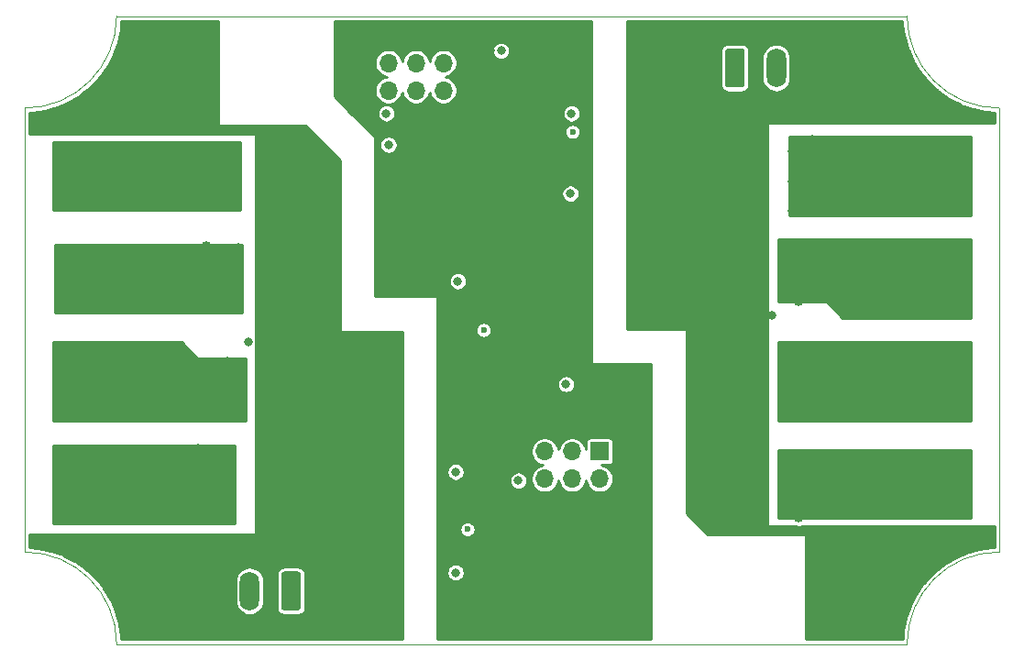
<source format=gbr>
%TF.GenerationSoftware,KiCad,Pcbnew,(5.1.8-0-10_14)*%
%TF.CreationDate,2020-11-30T14:10:51+01:00*%
%TF.ProjectId,FET_Multi,4645545f-4d75-46c7-9469-2e6b69636164,0.2.0*%
%TF.SameCoordinates,Original*%
%TF.FileFunction,Copper,L4,Bot*%
%TF.FilePolarity,Positive*%
%FSLAX46Y46*%
G04 Gerber Fmt 4.6, Leading zero omitted, Abs format (unit mm)*
G04 Created by KiCad (PCBNEW (5.1.8-0-10_14)) date 2020-11-30 14:10:51*
%MOMM*%
%LPD*%
G01*
G04 APERTURE LIST*
%TA.AperFunction,Profile*%
%ADD10C,0.050000*%
%TD*%
%TA.AperFunction,ComponentPad*%
%ADD11O,4.000000X6.000000*%
%TD*%
%TA.AperFunction,ComponentPad*%
%ADD12O,1.800000X3.600000*%
%TD*%
%TA.AperFunction,ComponentPad*%
%ADD13O,1.700000X1.700000*%
%TD*%
%TA.AperFunction,ComponentPad*%
%ADD14R,1.700000X1.700000*%
%TD*%
%TA.AperFunction,ViaPad*%
%ADD15C,0.800000*%
%TD*%
%TA.AperFunction,ViaPad*%
%ADD16C,0.600000*%
%TD*%
%TA.AperFunction,ViaPad*%
%ADD17C,1.000000*%
%TD*%
%TA.AperFunction,Conductor*%
%ADD18C,0.254000*%
%TD*%
%TA.AperFunction,Conductor*%
%ADD19C,0.100000*%
%TD*%
G04 APERTURE END LIST*
D10*
X89000000Y-65500000D02*
X89000000Y-106500000D01*
X170500000Y-115000000D02*
G75*
G02*
X179000000Y-106500000I8500000J0D01*
G01*
X89000000Y-106500000D02*
G75*
G02*
X97500000Y-115000000I0J-8500000D01*
G01*
X179000000Y-65500000D02*
G75*
G02*
X170500000Y-57000000I0J8500000D01*
G01*
X97500000Y-57000000D02*
G75*
G02*
X89000000Y-65500000I-8500000J0D01*
G01*
X179000000Y-106500000D02*
X179000000Y-65500000D01*
X170500000Y-115000000D02*
X97500000Y-115000000D01*
X170500000Y-57000000D02*
X97500000Y-57000000D01*
D11*
%TO.P,J103,4*%
%TO.N,/VOUT4*%
X168000000Y-71700000D03*
%TO.P,J103,3*%
%TO.N,/VIN4*%
X168000000Y-81200000D03*
%TO.P,J103,2*%
%TO.N,/VOUT3*%
X168000000Y-90700000D03*
%TO.P,J103,1*%
%TO.N,/VIN3*%
X168000000Y-100200000D03*
%TO.P,J103,4*%
%TO.N,/VOUT4*%
X173800000Y-71700000D03*
%TO.P,J103,3*%
%TO.N,/VIN4*%
X173800000Y-81200000D03*
%TO.P,J103,2*%
%TO.N,/VOUT3*%
X173800000Y-90700000D03*
%TO.P,J103,1*%
%TO.N,/VIN3*%
X173800000Y-100200000D03*
%TD*%
%TO.P,J102,4*%
%TO.N,/VOUT2*%
X99900000Y-100200000D03*
%TO.P,J102,3*%
%TO.N,/VIN2*%
X99900000Y-90700000D03*
%TO.P,J102,2*%
%TO.N,/VOUT1*%
X99900000Y-81200000D03*
%TO.P,J102,1*%
%TO.N,/VIN1*%
X99900000Y-71700000D03*
%TO.P,J102,4*%
%TO.N,/VOUT2*%
X94100000Y-100200000D03*
%TO.P,J102,3*%
%TO.N,/VIN2*%
X94100000Y-90700000D03*
%TO.P,J102,2*%
%TO.N,/VOUT1*%
X94100000Y-81200000D03*
%TO.P,J102,1*%
%TO.N,/VIN1*%
X94100000Y-71700000D03*
%TD*%
D12*
%TO.P,J303,4*%
%TO.N,GND2*%
X166030000Y-61800000D03*
%TO.P,J303,3*%
X162220000Y-61800000D03*
%TO.P,J303,2*%
%TO.N,/Opto Input/ISO_IN_4*%
X158410000Y-61800000D03*
%TO.P,J303,1*%
%TO.N,/Opto Input/ISO_IN_3*%
%TA.AperFunction,ComponentPad*%
G36*
G01*
X153700000Y-63350000D02*
X153700000Y-60250000D01*
G75*
G02*
X153950000Y-60000000I250000J0D01*
G01*
X155250000Y-60000000D01*
G75*
G02*
X155500000Y-60250000I0J-250000D01*
G01*
X155500000Y-63350000D01*
G75*
G02*
X155250000Y-63600000I-250000J0D01*
G01*
X153950000Y-63600000D01*
G75*
G02*
X153700000Y-63350000I0J250000D01*
G01*
G37*
%TD.AperFunction*%
%TD*%
%TO.P,J302,4*%
%TO.N,GND1*%
X102170000Y-110100000D03*
%TO.P,J302,3*%
X105980000Y-110100000D03*
%TO.P,J302,2*%
%TO.N,/Opto Input/ISO_IN_2*%
X109790000Y-110100000D03*
%TO.P,J302,1*%
%TO.N,/Opto Input/ISO_IN_1*%
%TA.AperFunction,ComponentPad*%
G36*
G01*
X114500000Y-108550000D02*
X114500000Y-111650000D01*
G75*
G02*
X114250000Y-111900000I-250000J0D01*
G01*
X112950000Y-111900000D01*
G75*
G02*
X112700000Y-111650000I0J250000D01*
G01*
X112700000Y-108550000D01*
G75*
G02*
X112950000Y-108300000I250000J0D01*
G01*
X114250000Y-108300000D01*
G75*
G02*
X114500000Y-108550000I0J-250000D01*
G01*
G37*
%TD.AperFunction*%
%TD*%
D13*
%TO.P,J106,6*%
%TO.N,+3V3*%
X137020000Y-99740000D03*
%TO.P,J106,5*%
%TO.N,/A2*%
X137020000Y-97200000D03*
%TO.P,J106,4*%
%TO.N,+3V3*%
X139560000Y-99740000D03*
%TO.P,J106,3*%
%TO.N,/A1*%
X139560000Y-97200000D03*
%TO.P,J106,2*%
%TO.N,+3V3*%
X142100000Y-99740000D03*
D14*
%TO.P,J106,1*%
%TO.N,/A0*%
X142100000Y-97200000D03*
%TD*%
D13*
%TO.P,J101,8*%
%TO.N,/SDA*%
X127680000Y-61340000D03*
%TO.P,J101,7*%
X127680000Y-63880000D03*
%TO.P,J101,6*%
%TO.N,/SCL*%
X125140000Y-61340000D03*
%TO.P,J101,5*%
X125140000Y-63880000D03*
%TO.P,J101,4*%
%TO.N,+3V3*%
X122600000Y-61340000D03*
%TO.P,J101,3*%
X122600000Y-63880000D03*
%TO.P,J101,2*%
%TO.N,GND*%
X120060000Y-61340000D03*
D14*
%TO.P,J101,1*%
X120060000Y-63880000D03*
%TD*%
D15*
%TO.N,+3V3*%
X122400000Y-66000000D03*
X122600000Y-68900000D03*
X139000000Y-91000000D03*
X129000000Y-81500000D03*
D16*
X131400000Y-86000000D03*
X129900000Y-104400000D03*
X139600000Y-67700000D03*
D15*
X128800000Y-99100000D03*
X128800000Y-108400000D03*
X134600000Y-99900000D03*
X139400000Y-73400000D03*
X133000000Y-60200000D03*
X139500000Y-66000000D03*
%TO.N,GND*%
X129876250Y-93876250D03*
X129876250Y-89076250D03*
X138900000Y-77850000D03*
X138493750Y-82593750D03*
X131500000Y-75600000D03*
X131300000Y-78300000D03*
X137100000Y-104700000D03*
X139600000Y-104700000D03*
X142100000Y-104700000D03*
D16*
X137300000Y-67700000D03*
X129900000Y-106500000D03*
D15*
X130800000Y-98700000D03*
X128100000Y-103500000D03*
X130700000Y-108100000D03*
X127500000Y-113000000D03*
X134600000Y-97600000D03*
X137500000Y-73600000D03*
X140700000Y-68700000D03*
X131800000Y-64600000D03*
X132000000Y-60200000D03*
X137900000Y-66200000D03*
X140800000Y-63000000D03*
%TO.N,GND1*%
X121200000Y-94400000D03*
X121200000Y-89800000D03*
X109700000Y-87100000D03*
X120000000Y-105800000D03*
X118600000Y-113400000D03*
X122400000Y-101600000D03*
X122400000Y-110900000D03*
%TO.N,GND2*%
X158000000Y-84600000D03*
X147100000Y-81850000D03*
X147050000Y-77200000D03*
X148350000Y-66600000D03*
X149450000Y-59400000D03*
X145800000Y-70700000D03*
X145900000Y-63100000D03*
D17*
%TO.N,/VOUT1*%
X108750000Y-80250000D03*
X108750000Y-78500000D03*
X108750000Y-81750000D03*
X108750000Y-83500000D03*
X107250000Y-79000000D03*
X107250000Y-80750000D03*
X107250000Y-82250000D03*
X107250000Y-84000000D03*
X105750000Y-83250000D03*
X105750000Y-78250000D03*
X105750000Y-80000000D03*
X105750000Y-81500000D03*
X99250000Y-79500000D03*
X99250000Y-82500000D03*
%TO.N,/VOUT2*%
X108000000Y-97500000D03*
X106500000Y-103000000D03*
X106500000Y-98000000D03*
X105000000Y-100500000D03*
X106500000Y-99750000D03*
X106500000Y-101250000D03*
X108000000Y-99250000D03*
X108000000Y-100750000D03*
X108000000Y-102500000D03*
X99750000Y-98000000D03*
X99750000Y-102250000D03*
X105000000Y-102250000D03*
X105000000Y-98750000D03*
X105000000Y-97000000D03*
%TO.N,/VOUT3*%
X159000000Y-92500000D03*
X159000000Y-88750000D03*
X160500000Y-87750000D03*
X160000000Y-94000000D03*
X160000000Y-90750000D03*
X161250000Y-92250000D03*
X161250000Y-89500000D03*
X162750000Y-90750000D03*
X169000000Y-91750000D03*
X169000000Y-89500000D03*
X162750000Y-88250000D03*
%TO.N,/VOUT4*%
X160000000Y-75000000D03*
X160000000Y-72250000D03*
X160000000Y-69500000D03*
X161750000Y-68500000D03*
X161750000Y-74000000D03*
X161750000Y-71000000D03*
X163500000Y-72250000D03*
X168750000Y-69750000D03*
X168750000Y-73250000D03*
X163500000Y-69750000D03*
%TO.N,/VIN2*%
X107750000Y-89000000D03*
X107750000Y-90750000D03*
X107750000Y-92250000D03*
X107750000Y-94000000D03*
X106250000Y-89750000D03*
X106250000Y-91500000D03*
X106250000Y-93250000D03*
X103250000Y-87500000D03*
X99750000Y-89250000D03*
X99750000Y-92000000D03*
%TO.N,/VIN1*%
X108375000Y-69125000D03*
X107250000Y-70500000D03*
X107250000Y-72000000D03*
X107250000Y-73500000D03*
X108500000Y-74500000D03*
X104750000Y-70500000D03*
X104750000Y-72000000D03*
X104750000Y-73500000D03*
X106000000Y-69250000D03*
X106250000Y-74500000D03*
X99000000Y-70000000D03*
X99000000Y-72500000D03*
%TO.N,/VIN4*%
X160500000Y-78250000D03*
X160500000Y-80000000D03*
X160500000Y-81750000D03*
X160500000Y-83250000D03*
X162250000Y-79000000D03*
X162500000Y-81000000D03*
X162500000Y-82750000D03*
X168750000Y-79000000D03*
X168750000Y-82250000D03*
%TO.N,/VIN3*%
X160000000Y-101500000D03*
X159750000Y-100000000D03*
X159500000Y-97750000D03*
X163500000Y-103000000D03*
X160500000Y-103250000D03*
X162250000Y-101000000D03*
X162250000Y-98250000D03*
X169000000Y-99000000D03*
X169000000Y-101250000D03*
%TD*%
D18*
%TO.N,/VIN1*%
X108873000Y-74873000D02*
X91627000Y-74873000D01*
X91627000Y-68627000D01*
X108873000Y-68627000D01*
X108873000Y-74873000D01*
%TA.AperFunction,Conductor*%
D19*
G36*
X108873000Y-74873000D02*
G01*
X91627000Y-74873000D01*
X91627000Y-68627000D01*
X108873000Y-68627000D01*
X108873000Y-74873000D01*
G37*
%TD.AperFunction*%
%TD*%
D18*
%TO.N,/VOUT2*%
X108373000Y-103873000D02*
X91627000Y-103873000D01*
X91627000Y-96627000D01*
X108373000Y-96627000D01*
X108373000Y-103873000D01*
%TA.AperFunction,Conductor*%
D19*
G36*
X108373000Y-103873000D02*
G01*
X91627000Y-103873000D01*
X91627000Y-96627000D01*
X108373000Y-96627000D01*
X108373000Y-103873000D01*
G37*
%TD.AperFunction*%
%TD*%
D18*
%TO.N,/VOUT1*%
X109067258Y-84373000D02*
X91821258Y-84373000D01*
X91821258Y-78127000D01*
X109067258Y-78127000D01*
X109067258Y-84373000D01*
%TA.AperFunction,Conductor*%
D19*
G36*
X109067258Y-84373000D02*
G01*
X91821258Y-84373000D01*
X91821258Y-78127000D01*
X109067258Y-78127000D01*
X109067258Y-84373000D01*
G37*
%TD.AperFunction*%
%TD*%
D18*
%TO.N,/VIN2*%
X104910197Y-88589803D02*
X104929443Y-88605597D01*
X104951399Y-88617333D01*
X104975224Y-88624560D01*
X105000000Y-88627000D01*
X109373000Y-88627000D01*
X109373000Y-94373000D01*
X91627000Y-94373000D01*
X91627000Y-87127000D01*
X103447394Y-87127000D01*
X104910197Y-88589803D01*
%TA.AperFunction,Conductor*%
D19*
G36*
X104910197Y-88589803D02*
G01*
X104929443Y-88605597D01*
X104951399Y-88617333D01*
X104975224Y-88624560D01*
X105000000Y-88627000D01*
X109373000Y-88627000D01*
X109373000Y-94373000D01*
X91627000Y-94373000D01*
X91627000Y-87127000D01*
X103447394Y-87127000D01*
X104910197Y-88589803D01*
G37*
%TD.AperFunction*%
%TD*%
D18*
%TO.N,/VOUT3*%
X176373000Y-94373000D02*
X158627000Y-94373000D01*
X158627000Y-87127000D01*
X176373000Y-87127000D01*
X176373000Y-94373000D01*
%TA.AperFunction,Conductor*%
D19*
G36*
X176373000Y-94373000D02*
G01*
X158627000Y-94373000D01*
X158627000Y-87127000D01*
X176373000Y-87127000D01*
X176373000Y-94373000D01*
G37*
%TD.AperFunction*%
%TD*%
D18*
%TO.N,/VIN3*%
X176373000Y-103373000D02*
X158627000Y-103373000D01*
X158627000Y-97127000D01*
X176373000Y-97127000D01*
X176373000Y-103373000D01*
%TA.AperFunction,Conductor*%
D19*
G36*
X176373000Y-103373000D02*
G01*
X158627000Y-103373000D01*
X158627000Y-97127000D01*
X176373000Y-97127000D01*
X176373000Y-103373000D01*
G37*
%TD.AperFunction*%
%TD*%
D18*
%TO.N,/VOUT4*%
X176373000Y-75373000D02*
X159627000Y-75373000D01*
X159627000Y-68127000D01*
X176373000Y-68127000D01*
X176373000Y-75373000D01*
%TA.AperFunction,Conductor*%
D19*
G36*
X176373000Y-75373000D02*
G01*
X159627000Y-75373000D01*
X159627000Y-68127000D01*
X176373000Y-68127000D01*
X176373000Y-75373000D01*
G37*
%TD.AperFunction*%
%TD*%
D18*
%TO.N,/VIN4*%
X176373000Y-84873000D02*
X164552606Y-84873000D01*
X163089803Y-83410197D01*
X163070557Y-83394403D01*
X163048601Y-83382667D01*
X163024776Y-83375440D01*
X163000000Y-83373000D01*
X158627000Y-83373000D01*
X158627000Y-77627000D01*
X176373000Y-77627000D01*
X176373000Y-84873000D01*
%TA.AperFunction,Conductor*%
D19*
G36*
X176373000Y-84873000D02*
G01*
X164552606Y-84873000D01*
X163089803Y-83410197D01*
X163070557Y-83394403D01*
X163048601Y-83382667D01*
X163024776Y-83375440D01*
X163000000Y-83373000D01*
X158627000Y-83373000D01*
X158627000Y-77627000D01*
X176373000Y-77627000D01*
X176373000Y-84873000D01*
G37*
%TD.AperFunction*%
%TD*%
D18*
%TO.N,GND*%
X141373000Y-89000000D02*
X141375440Y-89024776D01*
X141382667Y-89048601D01*
X141394403Y-89070557D01*
X141410197Y-89089803D01*
X141429443Y-89105597D01*
X141451399Y-89117333D01*
X141475224Y-89124560D01*
X141500000Y-89127000D01*
X146873000Y-89127000D01*
X146873000Y-114548000D01*
X127127000Y-114548000D01*
X127127000Y-108318548D01*
X127973000Y-108318548D01*
X127973000Y-108481452D01*
X128004782Y-108641227D01*
X128067123Y-108791731D01*
X128157628Y-108927181D01*
X128272819Y-109042372D01*
X128408269Y-109132877D01*
X128558773Y-109195218D01*
X128718548Y-109227000D01*
X128881452Y-109227000D01*
X129041227Y-109195218D01*
X129191731Y-109132877D01*
X129327181Y-109042372D01*
X129442372Y-108927181D01*
X129532877Y-108791731D01*
X129595218Y-108641227D01*
X129627000Y-108481452D01*
X129627000Y-108318548D01*
X129595218Y-108158773D01*
X129532877Y-108008269D01*
X129442372Y-107872819D01*
X129327181Y-107757628D01*
X129191731Y-107667123D01*
X129041227Y-107604782D01*
X128881452Y-107573000D01*
X128718548Y-107573000D01*
X128558773Y-107604782D01*
X128408269Y-107667123D01*
X128272819Y-107757628D01*
X128157628Y-107872819D01*
X128067123Y-108008269D01*
X128004782Y-108158773D01*
X127973000Y-108318548D01*
X127127000Y-108318548D01*
X127127000Y-104328397D01*
X129173000Y-104328397D01*
X129173000Y-104471603D01*
X129200938Y-104612058D01*
X129255741Y-104744364D01*
X129335302Y-104863436D01*
X129436564Y-104964698D01*
X129555636Y-105044259D01*
X129687942Y-105099062D01*
X129828397Y-105127000D01*
X129971603Y-105127000D01*
X130112058Y-105099062D01*
X130244364Y-105044259D01*
X130363436Y-104964698D01*
X130464698Y-104863436D01*
X130544259Y-104744364D01*
X130599062Y-104612058D01*
X130627000Y-104471603D01*
X130627000Y-104328397D01*
X130599062Y-104187942D01*
X130544259Y-104055636D01*
X130464698Y-103936564D01*
X130363436Y-103835302D01*
X130244364Y-103755741D01*
X130112058Y-103700938D01*
X129971603Y-103673000D01*
X129828397Y-103673000D01*
X129687942Y-103700938D01*
X129555636Y-103755741D01*
X129436564Y-103835302D01*
X129335302Y-103936564D01*
X129255741Y-104055636D01*
X129200938Y-104187942D01*
X129173000Y-104328397D01*
X127127000Y-104328397D01*
X127127000Y-99018548D01*
X127973000Y-99018548D01*
X127973000Y-99181452D01*
X128004782Y-99341227D01*
X128067123Y-99491731D01*
X128157628Y-99627181D01*
X128272819Y-99742372D01*
X128408269Y-99832877D01*
X128558773Y-99895218D01*
X128718548Y-99927000D01*
X128881452Y-99927000D01*
X129041227Y-99895218D01*
X129191731Y-99832877D01*
X129213175Y-99818548D01*
X133773000Y-99818548D01*
X133773000Y-99981452D01*
X133804782Y-100141227D01*
X133867123Y-100291731D01*
X133957628Y-100427181D01*
X134072819Y-100542372D01*
X134208269Y-100632877D01*
X134358773Y-100695218D01*
X134518548Y-100727000D01*
X134681452Y-100727000D01*
X134841227Y-100695218D01*
X134991731Y-100632877D01*
X135127181Y-100542372D01*
X135242372Y-100427181D01*
X135332877Y-100291731D01*
X135395218Y-100141227D01*
X135427000Y-99981452D01*
X135427000Y-99818548D01*
X135395218Y-99658773D01*
X135332877Y-99508269D01*
X135242372Y-99372819D01*
X135127181Y-99257628D01*
X134991731Y-99167123D01*
X134841227Y-99104782D01*
X134681452Y-99073000D01*
X134518548Y-99073000D01*
X134358773Y-99104782D01*
X134208269Y-99167123D01*
X134072819Y-99257628D01*
X133957628Y-99372819D01*
X133867123Y-99508269D01*
X133804782Y-99658773D01*
X133773000Y-99818548D01*
X129213175Y-99818548D01*
X129327181Y-99742372D01*
X129442372Y-99627181D01*
X129532877Y-99491731D01*
X129595218Y-99341227D01*
X129627000Y-99181452D01*
X129627000Y-99018548D01*
X129595218Y-98858773D01*
X129532877Y-98708269D01*
X129442372Y-98572819D01*
X129327181Y-98457628D01*
X129191731Y-98367123D01*
X129041227Y-98304782D01*
X128881452Y-98273000D01*
X128718548Y-98273000D01*
X128558773Y-98304782D01*
X128408269Y-98367123D01*
X128272819Y-98457628D01*
X128157628Y-98572819D01*
X128067123Y-98708269D01*
X128004782Y-98858773D01*
X127973000Y-99018548D01*
X127127000Y-99018548D01*
X127127000Y-97074226D01*
X135743000Y-97074226D01*
X135743000Y-97325774D01*
X135792074Y-97572487D01*
X135888337Y-97804886D01*
X136028089Y-98014040D01*
X136205960Y-98191911D01*
X136415114Y-98331663D01*
X136647513Y-98427926D01*
X136859034Y-98470000D01*
X136647513Y-98512074D01*
X136415114Y-98608337D01*
X136205960Y-98748089D01*
X136028089Y-98925960D01*
X135888337Y-99135114D01*
X135792074Y-99367513D01*
X135743000Y-99614226D01*
X135743000Y-99865774D01*
X135792074Y-100112487D01*
X135888337Y-100344886D01*
X136028089Y-100554040D01*
X136205960Y-100731911D01*
X136415114Y-100871663D01*
X136647513Y-100967926D01*
X136894226Y-101017000D01*
X137145774Y-101017000D01*
X137392487Y-100967926D01*
X137624886Y-100871663D01*
X137834040Y-100731911D01*
X138011911Y-100554040D01*
X138151663Y-100344886D01*
X138247926Y-100112487D01*
X138290000Y-99900966D01*
X138332074Y-100112487D01*
X138428337Y-100344886D01*
X138568089Y-100554040D01*
X138745960Y-100731911D01*
X138955114Y-100871663D01*
X139187513Y-100967926D01*
X139434226Y-101017000D01*
X139685774Y-101017000D01*
X139932487Y-100967926D01*
X140164886Y-100871663D01*
X140374040Y-100731911D01*
X140551911Y-100554040D01*
X140691663Y-100344886D01*
X140787926Y-100112487D01*
X140830000Y-99900966D01*
X140872074Y-100112487D01*
X140968337Y-100344886D01*
X141108089Y-100554040D01*
X141285960Y-100731911D01*
X141495114Y-100871663D01*
X141727513Y-100967926D01*
X141974226Y-101017000D01*
X142225774Y-101017000D01*
X142472487Y-100967926D01*
X142704886Y-100871663D01*
X142914040Y-100731911D01*
X143091911Y-100554040D01*
X143231663Y-100344886D01*
X143327926Y-100112487D01*
X143377000Y-99865774D01*
X143377000Y-99614226D01*
X143327926Y-99367513D01*
X143231663Y-99135114D01*
X143091911Y-98925960D01*
X142914040Y-98748089D01*
X142704886Y-98608337D01*
X142472487Y-98512074D01*
X142306544Y-98479066D01*
X142950000Y-98479066D01*
X143033707Y-98470822D01*
X143114196Y-98446405D01*
X143188376Y-98406755D01*
X143253395Y-98353395D01*
X143306755Y-98288376D01*
X143346405Y-98214196D01*
X143370822Y-98133707D01*
X143379066Y-98050000D01*
X143379066Y-96350000D01*
X143370822Y-96266293D01*
X143346405Y-96185804D01*
X143306755Y-96111624D01*
X143253395Y-96046605D01*
X143188376Y-95993245D01*
X143114196Y-95953595D01*
X143033707Y-95929178D01*
X142950000Y-95920934D01*
X141250000Y-95920934D01*
X141166293Y-95929178D01*
X141085804Y-95953595D01*
X141011624Y-95993245D01*
X140946605Y-96046605D01*
X140893245Y-96111624D01*
X140853595Y-96185804D01*
X140829178Y-96266293D01*
X140820934Y-96350000D01*
X140820934Y-96993456D01*
X140787926Y-96827513D01*
X140691663Y-96595114D01*
X140551911Y-96385960D01*
X140374040Y-96208089D01*
X140164886Y-96068337D01*
X139932487Y-95972074D01*
X139685774Y-95923000D01*
X139434226Y-95923000D01*
X139187513Y-95972074D01*
X138955114Y-96068337D01*
X138745960Y-96208089D01*
X138568089Y-96385960D01*
X138428337Y-96595114D01*
X138332074Y-96827513D01*
X138290000Y-97039034D01*
X138247926Y-96827513D01*
X138151663Y-96595114D01*
X138011911Y-96385960D01*
X137834040Y-96208089D01*
X137624886Y-96068337D01*
X137392487Y-95972074D01*
X137145774Y-95923000D01*
X136894226Y-95923000D01*
X136647513Y-95972074D01*
X136415114Y-96068337D01*
X136205960Y-96208089D01*
X136028089Y-96385960D01*
X135888337Y-96595114D01*
X135792074Y-96827513D01*
X135743000Y-97074226D01*
X127127000Y-97074226D01*
X127127000Y-90918548D01*
X138173000Y-90918548D01*
X138173000Y-91081452D01*
X138204782Y-91241227D01*
X138267123Y-91391731D01*
X138357628Y-91527181D01*
X138472819Y-91642372D01*
X138608269Y-91732877D01*
X138758773Y-91795218D01*
X138918548Y-91827000D01*
X139081452Y-91827000D01*
X139241227Y-91795218D01*
X139391731Y-91732877D01*
X139527181Y-91642372D01*
X139642372Y-91527181D01*
X139732877Y-91391731D01*
X139795218Y-91241227D01*
X139827000Y-91081452D01*
X139827000Y-90918548D01*
X139795218Y-90758773D01*
X139732877Y-90608269D01*
X139642372Y-90472819D01*
X139527181Y-90357628D01*
X139391731Y-90267123D01*
X139241227Y-90204782D01*
X139081452Y-90173000D01*
X138918548Y-90173000D01*
X138758773Y-90204782D01*
X138608269Y-90267123D01*
X138472819Y-90357628D01*
X138357628Y-90472819D01*
X138267123Y-90608269D01*
X138204782Y-90758773D01*
X138173000Y-90918548D01*
X127127000Y-90918548D01*
X127127000Y-85928397D01*
X130673000Y-85928397D01*
X130673000Y-86071603D01*
X130700938Y-86212058D01*
X130755741Y-86344364D01*
X130835302Y-86463436D01*
X130936564Y-86564698D01*
X131055636Y-86644259D01*
X131187942Y-86699062D01*
X131328397Y-86727000D01*
X131471603Y-86727000D01*
X131612058Y-86699062D01*
X131744364Y-86644259D01*
X131863436Y-86564698D01*
X131964698Y-86463436D01*
X132044259Y-86344364D01*
X132099062Y-86212058D01*
X132127000Y-86071603D01*
X132127000Y-85928397D01*
X132099062Y-85787942D01*
X132044259Y-85655636D01*
X131964698Y-85536564D01*
X131863436Y-85435302D01*
X131744364Y-85355741D01*
X131612058Y-85300938D01*
X131471603Y-85273000D01*
X131328397Y-85273000D01*
X131187942Y-85300938D01*
X131055636Y-85355741D01*
X130936564Y-85435302D01*
X130835302Y-85536564D01*
X130755741Y-85655636D01*
X130700938Y-85787942D01*
X130673000Y-85928397D01*
X127127000Y-85928397D01*
X127127000Y-83000000D01*
X127124560Y-82975224D01*
X127117333Y-82951399D01*
X127105597Y-82929443D01*
X127089803Y-82910197D01*
X127070557Y-82894403D01*
X127048601Y-82882667D01*
X127024776Y-82875440D01*
X127000000Y-82873000D01*
X121377000Y-82873000D01*
X121377000Y-81418548D01*
X128173000Y-81418548D01*
X128173000Y-81581452D01*
X128204782Y-81741227D01*
X128267123Y-81891731D01*
X128357628Y-82027181D01*
X128472819Y-82142372D01*
X128608269Y-82232877D01*
X128758773Y-82295218D01*
X128918548Y-82327000D01*
X129081452Y-82327000D01*
X129241227Y-82295218D01*
X129391731Y-82232877D01*
X129527181Y-82142372D01*
X129642372Y-82027181D01*
X129732877Y-81891731D01*
X129795218Y-81741227D01*
X129827000Y-81581452D01*
X129827000Y-81418548D01*
X129795218Y-81258773D01*
X129732877Y-81108269D01*
X129642372Y-80972819D01*
X129527181Y-80857628D01*
X129391731Y-80767123D01*
X129241227Y-80704782D01*
X129081452Y-80673000D01*
X128918548Y-80673000D01*
X128758773Y-80704782D01*
X128608269Y-80767123D01*
X128472819Y-80857628D01*
X128357628Y-80972819D01*
X128267123Y-81108269D01*
X128204782Y-81258773D01*
X128173000Y-81418548D01*
X121377000Y-81418548D01*
X121377000Y-73318548D01*
X138573000Y-73318548D01*
X138573000Y-73481452D01*
X138604782Y-73641227D01*
X138667123Y-73791731D01*
X138757628Y-73927181D01*
X138872819Y-74042372D01*
X139008269Y-74132877D01*
X139158773Y-74195218D01*
X139318548Y-74227000D01*
X139481452Y-74227000D01*
X139641227Y-74195218D01*
X139791731Y-74132877D01*
X139927181Y-74042372D01*
X140042372Y-73927181D01*
X140132877Y-73791731D01*
X140195218Y-73641227D01*
X140227000Y-73481452D01*
X140227000Y-73318548D01*
X140195218Y-73158773D01*
X140132877Y-73008269D01*
X140042372Y-72872819D01*
X139927181Y-72757628D01*
X139791731Y-72667123D01*
X139641227Y-72604782D01*
X139481452Y-72573000D01*
X139318548Y-72573000D01*
X139158773Y-72604782D01*
X139008269Y-72667123D01*
X138872819Y-72757628D01*
X138757628Y-72872819D01*
X138667123Y-73008269D01*
X138604782Y-73158773D01*
X138573000Y-73318548D01*
X121377000Y-73318548D01*
X121377000Y-68818548D01*
X121773000Y-68818548D01*
X121773000Y-68981452D01*
X121804782Y-69141227D01*
X121867123Y-69291731D01*
X121957628Y-69427181D01*
X122072819Y-69542372D01*
X122208269Y-69632877D01*
X122358773Y-69695218D01*
X122518548Y-69727000D01*
X122681452Y-69727000D01*
X122841227Y-69695218D01*
X122991731Y-69632877D01*
X123127181Y-69542372D01*
X123242372Y-69427181D01*
X123332877Y-69291731D01*
X123395218Y-69141227D01*
X123427000Y-68981452D01*
X123427000Y-68818548D01*
X123395218Y-68658773D01*
X123332877Y-68508269D01*
X123242372Y-68372819D01*
X123127181Y-68257628D01*
X122991731Y-68167123D01*
X122841227Y-68104782D01*
X122681452Y-68073000D01*
X122518548Y-68073000D01*
X122358773Y-68104782D01*
X122208269Y-68167123D01*
X122072819Y-68257628D01*
X121957628Y-68372819D01*
X121867123Y-68508269D01*
X121804782Y-68658773D01*
X121773000Y-68818548D01*
X121377000Y-68818548D01*
X121377000Y-68250000D01*
X121374560Y-68225224D01*
X121367333Y-68201399D01*
X121355597Y-68179443D01*
X121339803Y-68160197D01*
X120808003Y-67628397D01*
X138873000Y-67628397D01*
X138873000Y-67771603D01*
X138900938Y-67912058D01*
X138955741Y-68044364D01*
X139035302Y-68163436D01*
X139136564Y-68264698D01*
X139255636Y-68344259D01*
X139387942Y-68399062D01*
X139528397Y-68427000D01*
X139671603Y-68427000D01*
X139812058Y-68399062D01*
X139944364Y-68344259D01*
X140063436Y-68264698D01*
X140164698Y-68163436D01*
X140244259Y-68044364D01*
X140299062Y-67912058D01*
X140327000Y-67771603D01*
X140327000Y-67628397D01*
X140299062Y-67487942D01*
X140244259Y-67355636D01*
X140164698Y-67236564D01*
X140063436Y-67135302D01*
X139944364Y-67055741D01*
X139812058Y-67000938D01*
X139671603Y-66973000D01*
X139528397Y-66973000D01*
X139387942Y-67000938D01*
X139255636Y-67055741D01*
X139136564Y-67135302D01*
X139035302Y-67236564D01*
X138955741Y-67355636D01*
X138900938Y-67487942D01*
X138873000Y-67628397D01*
X120808003Y-67628397D01*
X119098154Y-65918548D01*
X121573000Y-65918548D01*
X121573000Y-66081452D01*
X121604782Y-66241227D01*
X121667123Y-66391731D01*
X121757628Y-66527181D01*
X121872819Y-66642372D01*
X122008269Y-66732877D01*
X122158773Y-66795218D01*
X122318548Y-66827000D01*
X122481452Y-66827000D01*
X122641227Y-66795218D01*
X122791731Y-66732877D01*
X122927181Y-66642372D01*
X123042372Y-66527181D01*
X123132877Y-66391731D01*
X123195218Y-66241227D01*
X123227000Y-66081452D01*
X123227000Y-65918548D01*
X138673000Y-65918548D01*
X138673000Y-66081452D01*
X138704782Y-66241227D01*
X138767123Y-66391731D01*
X138857628Y-66527181D01*
X138972819Y-66642372D01*
X139108269Y-66732877D01*
X139258773Y-66795218D01*
X139418548Y-66827000D01*
X139581452Y-66827000D01*
X139741227Y-66795218D01*
X139891731Y-66732877D01*
X140027181Y-66642372D01*
X140142372Y-66527181D01*
X140232877Y-66391731D01*
X140295218Y-66241227D01*
X140327000Y-66081452D01*
X140327000Y-65918548D01*
X140295218Y-65758773D01*
X140232877Y-65608269D01*
X140142372Y-65472819D01*
X140027181Y-65357628D01*
X139891731Y-65267123D01*
X139741227Y-65204782D01*
X139581452Y-65173000D01*
X139418548Y-65173000D01*
X139258773Y-65204782D01*
X139108269Y-65267123D01*
X138972819Y-65357628D01*
X138857628Y-65472819D01*
X138767123Y-65608269D01*
X138704782Y-65758773D01*
X138673000Y-65918548D01*
X123227000Y-65918548D01*
X123195218Y-65758773D01*
X123132877Y-65608269D01*
X123042372Y-65472819D01*
X122927181Y-65357628D01*
X122791731Y-65267123D01*
X122641227Y-65204782D01*
X122481452Y-65173000D01*
X122318548Y-65173000D01*
X122158773Y-65204782D01*
X122008269Y-65267123D01*
X121872819Y-65357628D01*
X121757628Y-65472819D01*
X121667123Y-65608269D01*
X121604782Y-65758773D01*
X121573000Y-65918548D01*
X119098154Y-65918548D01*
X117627000Y-64447394D01*
X117627000Y-61214226D01*
X121323000Y-61214226D01*
X121323000Y-61465774D01*
X121372074Y-61712487D01*
X121468337Y-61944886D01*
X121608089Y-62154040D01*
X121785960Y-62331911D01*
X121995114Y-62471663D01*
X122227513Y-62567926D01*
X122439034Y-62610000D01*
X122227513Y-62652074D01*
X121995114Y-62748337D01*
X121785960Y-62888089D01*
X121608089Y-63065960D01*
X121468337Y-63275114D01*
X121372074Y-63507513D01*
X121323000Y-63754226D01*
X121323000Y-64005774D01*
X121372074Y-64252487D01*
X121468337Y-64484886D01*
X121608089Y-64694040D01*
X121785960Y-64871911D01*
X121995114Y-65011663D01*
X122227513Y-65107926D01*
X122474226Y-65157000D01*
X122725774Y-65157000D01*
X122972487Y-65107926D01*
X123204886Y-65011663D01*
X123414040Y-64871911D01*
X123591911Y-64694040D01*
X123731663Y-64484886D01*
X123827926Y-64252487D01*
X123870000Y-64040966D01*
X123912074Y-64252487D01*
X124008337Y-64484886D01*
X124148089Y-64694040D01*
X124325960Y-64871911D01*
X124535114Y-65011663D01*
X124767513Y-65107926D01*
X125014226Y-65157000D01*
X125265774Y-65157000D01*
X125512487Y-65107926D01*
X125744886Y-65011663D01*
X125954040Y-64871911D01*
X126131911Y-64694040D01*
X126271663Y-64484886D01*
X126367926Y-64252487D01*
X126410000Y-64040966D01*
X126452074Y-64252487D01*
X126548337Y-64484886D01*
X126688089Y-64694040D01*
X126865960Y-64871911D01*
X127075114Y-65011663D01*
X127307513Y-65107926D01*
X127554226Y-65157000D01*
X127805774Y-65157000D01*
X128052487Y-65107926D01*
X128284886Y-65011663D01*
X128494040Y-64871911D01*
X128671911Y-64694040D01*
X128811663Y-64484886D01*
X128907926Y-64252487D01*
X128957000Y-64005774D01*
X128957000Y-63754226D01*
X128907926Y-63507513D01*
X128811663Y-63275114D01*
X128671911Y-63065960D01*
X128494040Y-62888089D01*
X128284886Y-62748337D01*
X128052487Y-62652074D01*
X127840966Y-62610000D01*
X128052487Y-62567926D01*
X128284886Y-62471663D01*
X128494040Y-62331911D01*
X128671911Y-62154040D01*
X128811663Y-61944886D01*
X128907926Y-61712487D01*
X128957000Y-61465774D01*
X128957000Y-61214226D01*
X128907926Y-60967513D01*
X128811663Y-60735114D01*
X128671911Y-60525960D01*
X128494040Y-60348089D01*
X128284886Y-60208337D01*
X128068117Y-60118548D01*
X132173000Y-60118548D01*
X132173000Y-60281452D01*
X132204782Y-60441227D01*
X132267123Y-60591731D01*
X132357628Y-60727181D01*
X132472819Y-60842372D01*
X132608269Y-60932877D01*
X132758773Y-60995218D01*
X132918548Y-61027000D01*
X133081452Y-61027000D01*
X133241227Y-60995218D01*
X133391731Y-60932877D01*
X133527181Y-60842372D01*
X133642372Y-60727181D01*
X133732877Y-60591731D01*
X133795218Y-60441227D01*
X133827000Y-60281452D01*
X133827000Y-60118548D01*
X133795218Y-59958773D01*
X133732877Y-59808269D01*
X133642372Y-59672819D01*
X133527181Y-59557628D01*
X133391731Y-59467123D01*
X133241227Y-59404782D01*
X133081452Y-59373000D01*
X132918548Y-59373000D01*
X132758773Y-59404782D01*
X132608269Y-59467123D01*
X132472819Y-59557628D01*
X132357628Y-59672819D01*
X132267123Y-59808269D01*
X132204782Y-59958773D01*
X132173000Y-60118548D01*
X128068117Y-60118548D01*
X128052487Y-60112074D01*
X127805774Y-60063000D01*
X127554226Y-60063000D01*
X127307513Y-60112074D01*
X127075114Y-60208337D01*
X126865960Y-60348089D01*
X126688089Y-60525960D01*
X126548337Y-60735114D01*
X126452074Y-60967513D01*
X126410000Y-61179034D01*
X126367926Y-60967513D01*
X126271663Y-60735114D01*
X126131911Y-60525960D01*
X125954040Y-60348089D01*
X125744886Y-60208337D01*
X125512487Y-60112074D01*
X125265774Y-60063000D01*
X125014226Y-60063000D01*
X124767513Y-60112074D01*
X124535114Y-60208337D01*
X124325960Y-60348089D01*
X124148089Y-60525960D01*
X124008337Y-60735114D01*
X123912074Y-60967513D01*
X123870000Y-61179034D01*
X123827926Y-60967513D01*
X123731663Y-60735114D01*
X123591911Y-60525960D01*
X123414040Y-60348089D01*
X123204886Y-60208337D01*
X122972487Y-60112074D01*
X122725774Y-60063000D01*
X122474226Y-60063000D01*
X122227513Y-60112074D01*
X121995114Y-60208337D01*
X121785960Y-60348089D01*
X121608089Y-60525960D01*
X121468337Y-60735114D01*
X121372074Y-60967513D01*
X121323000Y-61214226D01*
X117627000Y-61214226D01*
X117627000Y-57452000D01*
X141373000Y-57452000D01*
X141373000Y-89000000D01*
%TA.AperFunction,Conductor*%
D19*
G36*
X141373000Y-89000000D02*
G01*
X141375440Y-89024776D01*
X141382667Y-89048601D01*
X141394403Y-89070557D01*
X141410197Y-89089803D01*
X141429443Y-89105597D01*
X141451399Y-89117333D01*
X141475224Y-89124560D01*
X141500000Y-89127000D01*
X146873000Y-89127000D01*
X146873000Y-114548000D01*
X127127000Y-114548000D01*
X127127000Y-108318548D01*
X127973000Y-108318548D01*
X127973000Y-108481452D01*
X128004782Y-108641227D01*
X128067123Y-108791731D01*
X128157628Y-108927181D01*
X128272819Y-109042372D01*
X128408269Y-109132877D01*
X128558773Y-109195218D01*
X128718548Y-109227000D01*
X128881452Y-109227000D01*
X129041227Y-109195218D01*
X129191731Y-109132877D01*
X129327181Y-109042372D01*
X129442372Y-108927181D01*
X129532877Y-108791731D01*
X129595218Y-108641227D01*
X129627000Y-108481452D01*
X129627000Y-108318548D01*
X129595218Y-108158773D01*
X129532877Y-108008269D01*
X129442372Y-107872819D01*
X129327181Y-107757628D01*
X129191731Y-107667123D01*
X129041227Y-107604782D01*
X128881452Y-107573000D01*
X128718548Y-107573000D01*
X128558773Y-107604782D01*
X128408269Y-107667123D01*
X128272819Y-107757628D01*
X128157628Y-107872819D01*
X128067123Y-108008269D01*
X128004782Y-108158773D01*
X127973000Y-108318548D01*
X127127000Y-108318548D01*
X127127000Y-104328397D01*
X129173000Y-104328397D01*
X129173000Y-104471603D01*
X129200938Y-104612058D01*
X129255741Y-104744364D01*
X129335302Y-104863436D01*
X129436564Y-104964698D01*
X129555636Y-105044259D01*
X129687942Y-105099062D01*
X129828397Y-105127000D01*
X129971603Y-105127000D01*
X130112058Y-105099062D01*
X130244364Y-105044259D01*
X130363436Y-104964698D01*
X130464698Y-104863436D01*
X130544259Y-104744364D01*
X130599062Y-104612058D01*
X130627000Y-104471603D01*
X130627000Y-104328397D01*
X130599062Y-104187942D01*
X130544259Y-104055636D01*
X130464698Y-103936564D01*
X130363436Y-103835302D01*
X130244364Y-103755741D01*
X130112058Y-103700938D01*
X129971603Y-103673000D01*
X129828397Y-103673000D01*
X129687942Y-103700938D01*
X129555636Y-103755741D01*
X129436564Y-103835302D01*
X129335302Y-103936564D01*
X129255741Y-104055636D01*
X129200938Y-104187942D01*
X129173000Y-104328397D01*
X127127000Y-104328397D01*
X127127000Y-99018548D01*
X127973000Y-99018548D01*
X127973000Y-99181452D01*
X128004782Y-99341227D01*
X128067123Y-99491731D01*
X128157628Y-99627181D01*
X128272819Y-99742372D01*
X128408269Y-99832877D01*
X128558773Y-99895218D01*
X128718548Y-99927000D01*
X128881452Y-99927000D01*
X129041227Y-99895218D01*
X129191731Y-99832877D01*
X129213175Y-99818548D01*
X133773000Y-99818548D01*
X133773000Y-99981452D01*
X133804782Y-100141227D01*
X133867123Y-100291731D01*
X133957628Y-100427181D01*
X134072819Y-100542372D01*
X134208269Y-100632877D01*
X134358773Y-100695218D01*
X134518548Y-100727000D01*
X134681452Y-100727000D01*
X134841227Y-100695218D01*
X134991731Y-100632877D01*
X135127181Y-100542372D01*
X135242372Y-100427181D01*
X135332877Y-100291731D01*
X135395218Y-100141227D01*
X135427000Y-99981452D01*
X135427000Y-99818548D01*
X135395218Y-99658773D01*
X135332877Y-99508269D01*
X135242372Y-99372819D01*
X135127181Y-99257628D01*
X134991731Y-99167123D01*
X134841227Y-99104782D01*
X134681452Y-99073000D01*
X134518548Y-99073000D01*
X134358773Y-99104782D01*
X134208269Y-99167123D01*
X134072819Y-99257628D01*
X133957628Y-99372819D01*
X133867123Y-99508269D01*
X133804782Y-99658773D01*
X133773000Y-99818548D01*
X129213175Y-99818548D01*
X129327181Y-99742372D01*
X129442372Y-99627181D01*
X129532877Y-99491731D01*
X129595218Y-99341227D01*
X129627000Y-99181452D01*
X129627000Y-99018548D01*
X129595218Y-98858773D01*
X129532877Y-98708269D01*
X129442372Y-98572819D01*
X129327181Y-98457628D01*
X129191731Y-98367123D01*
X129041227Y-98304782D01*
X128881452Y-98273000D01*
X128718548Y-98273000D01*
X128558773Y-98304782D01*
X128408269Y-98367123D01*
X128272819Y-98457628D01*
X128157628Y-98572819D01*
X128067123Y-98708269D01*
X128004782Y-98858773D01*
X127973000Y-99018548D01*
X127127000Y-99018548D01*
X127127000Y-97074226D01*
X135743000Y-97074226D01*
X135743000Y-97325774D01*
X135792074Y-97572487D01*
X135888337Y-97804886D01*
X136028089Y-98014040D01*
X136205960Y-98191911D01*
X136415114Y-98331663D01*
X136647513Y-98427926D01*
X136859034Y-98470000D01*
X136647513Y-98512074D01*
X136415114Y-98608337D01*
X136205960Y-98748089D01*
X136028089Y-98925960D01*
X135888337Y-99135114D01*
X135792074Y-99367513D01*
X135743000Y-99614226D01*
X135743000Y-99865774D01*
X135792074Y-100112487D01*
X135888337Y-100344886D01*
X136028089Y-100554040D01*
X136205960Y-100731911D01*
X136415114Y-100871663D01*
X136647513Y-100967926D01*
X136894226Y-101017000D01*
X137145774Y-101017000D01*
X137392487Y-100967926D01*
X137624886Y-100871663D01*
X137834040Y-100731911D01*
X138011911Y-100554040D01*
X138151663Y-100344886D01*
X138247926Y-100112487D01*
X138290000Y-99900966D01*
X138332074Y-100112487D01*
X138428337Y-100344886D01*
X138568089Y-100554040D01*
X138745960Y-100731911D01*
X138955114Y-100871663D01*
X139187513Y-100967926D01*
X139434226Y-101017000D01*
X139685774Y-101017000D01*
X139932487Y-100967926D01*
X140164886Y-100871663D01*
X140374040Y-100731911D01*
X140551911Y-100554040D01*
X140691663Y-100344886D01*
X140787926Y-100112487D01*
X140830000Y-99900966D01*
X140872074Y-100112487D01*
X140968337Y-100344886D01*
X141108089Y-100554040D01*
X141285960Y-100731911D01*
X141495114Y-100871663D01*
X141727513Y-100967926D01*
X141974226Y-101017000D01*
X142225774Y-101017000D01*
X142472487Y-100967926D01*
X142704886Y-100871663D01*
X142914040Y-100731911D01*
X143091911Y-100554040D01*
X143231663Y-100344886D01*
X143327926Y-100112487D01*
X143377000Y-99865774D01*
X143377000Y-99614226D01*
X143327926Y-99367513D01*
X143231663Y-99135114D01*
X143091911Y-98925960D01*
X142914040Y-98748089D01*
X142704886Y-98608337D01*
X142472487Y-98512074D01*
X142306544Y-98479066D01*
X142950000Y-98479066D01*
X143033707Y-98470822D01*
X143114196Y-98446405D01*
X143188376Y-98406755D01*
X143253395Y-98353395D01*
X143306755Y-98288376D01*
X143346405Y-98214196D01*
X143370822Y-98133707D01*
X143379066Y-98050000D01*
X143379066Y-96350000D01*
X143370822Y-96266293D01*
X143346405Y-96185804D01*
X143306755Y-96111624D01*
X143253395Y-96046605D01*
X143188376Y-95993245D01*
X143114196Y-95953595D01*
X143033707Y-95929178D01*
X142950000Y-95920934D01*
X141250000Y-95920934D01*
X141166293Y-95929178D01*
X141085804Y-95953595D01*
X141011624Y-95993245D01*
X140946605Y-96046605D01*
X140893245Y-96111624D01*
X140853595Y-96185804D01*
X140829178Y-96266293D01*
X140820934Y-96350000D01*
X140820934Y-96993456D01*
X140787926Y-96827513D01*
X140691663Y-96595114D01*
X140551911Y-96385960D01*
X140374040Y-96208089D01*
X140164886Y-96068337D01*
X139932487Y-95972074D01*
X139685774Y-95923000D01*
X139434226Y-95923000D01*
X139187513Y-95972074D01*
X138955114Y-96068337D01*
X138745960Y-96208089D01*
X138568089Y-96385960D01*
X138428337Y-96595114D01*
X138332074Y-96827513D01*
X138290000Y-97039034D01*
X138247926Y-96827513D01*
X138151663Y-96595114D01*
X138011911Y-96385960D01*
X137834040Y-96208089D01*
X137624886Y-96068337D01*
X137392487Y-95972074D01*
X137145774Y-95923000D01*
X136894226Y-95923000D01*
X136647513Y-95972074D01*
X136415114Y-96068337D01*
X136205960Y-96208089D01*
X136028089Y-96385960D01*
X135888337Y-96595114D01*
X135792074Y-96827513D01*
X135743000Y-97074226D01*
X127127000Y-97074226D01*
X127127000Y-90918548D01*
X138173000Y-90918548D01*
X138173000Y-91081452D01*
X138204782Y-91241227D01*
X138267123Y-91391731D01*
X138357628Y-91527181D01*
X138472819Y-91642372D01*
X138608269Y-91732877D01*
X138758773Y-91795218D01*
X138918548Y-91827000D01*
X139081452Y-91827000D01*
X139241227Y-91795218D01*
X139391731Y-91732877D01*
X139527181Y-91642372D01*
X139642372Y-91527181D01*
X139732877Y-91391731D01*
X139795218Y-91241227D01*
X139827000Y-91081452D01*
X139827000Y-90918548D01*
X139795218Y-90758773D01*
X139732877Y-90608269D01*
X139642372Y-90472819D01*
X139527181Y-90357628D01*
X139391731Y-90267123D01*
X139241227Y-90204782D01*
X139081452Y-90173000D01*
X138918548Y-90173000D01*
X138758773Y-90204782D01*
X138608269Y-90267123D01*
X138472819Y-90357628D01*
X138357628Y-90472819D01*
X138267123Y-90608269D01*
X138204782Y-90758773D01*
X138173000Y-90918548D01*
X127127000Y-90918548D01*
X127127000Y-85928397D01*
X130673000Y-85928397D01*
X130673000Y-86071603D01*
X130700938Y-86212058D01*
X130755741Y-86344364D01*
X130835302Y-86463436D01*
X130936564Y-86564698D01*
X131055636Y-86644259D01*
X131187942Y-86699062D01*
X131328397Y-86727000D01*
X131471603Y-86727000D01*
X131612058Y-86699062D01*
X131744364Y-86644259D01*
X131863436Y-86564698D01*
X131964698Y-86463436D01*
X132044259Y-86344364D01*
X132099062Y-86212058D01*
X132127000Y-86071603D01*
X132127000Y-85928397D01*
X132099062Y-85787942D01*
X132044259Y-85655636D01*
X131964698Y-85536564D01*
X131863436Y-85435302D01*
X131744364Y-85355741D01*
X131612058Y-85300938D01*
X131471603Y-85273000D01*
X131328397Y-85273000D01*
X131187942Y-85300938D01*
X131055636Y-85355741D01*
X130936564Y-85435302D01*
X130835302Y-85536564D01*
X130755741Y-85655636D01*
X130700938Y-85787942D01*
X130673000Y-85928397D01*
X127127000Y-85928397D01*
X127127000Y-83000000D01*
X127124560Y-82975224D01*
X127117333Y-82951399D01*
X127105597Y-82929443D01*
X127089803Y-82910197D01*
X127070557Y-82894403D01*
X127048601Y-82882667D01*
X127024776Y-82875440D01*
X127000000Y-82873000D01*
X121377000Y-82873000D01*
X121377000Y-81418548D01*
X128173000Y-81418548D01*
X128173000Y-81581452D01*
X128204782Y-81741227D01*
X128267123Y-81891731D01*
X128357628Y-82027181D01*
X128472819Y-82142372D01*
X128608269Y-82232877D01*
X128758773Y-82295218D01*
X128918548Y-82327000D01*
X129081452Y-82327000D01*
X129241227Y-82295218D01*
X129391731Y-82232877D01*
X129527181Y-82142372D01*
X129642372Y-82027181D01*
X129732877Y-81891731D01*
X129795218Y-81741227D01*
X129827000Y-81581452D01*
X129827000Y-81418548D01*
X129795218Y-81258773D01*
X129732877Y-81108269D01*
X129642372Y-80972819D01*
X129527181Y-80857628D01*
X129391731Y-80767123D01*
X129241227Y-80704782D01*
X129081452Y-80673000D01*
X128918548Y-80673000D01*
X128758773Y-80704782D01*
X128608269Y-80767123D01*
X128472819Y-80857628D01*
X128357628Y-80972819D01*
X128267123Y-81108269D01*
X128204782Y-81258773D01*
X128173000Y-81418548D01*
X121377000Y-81418548D01*
X121377000Y-73318548D01*
X138573000Y-73318548D01*
X138573000Y-73481452D01*
X138604782Y-73641227D01*
X138667123Y-73791731D01*
X138757628Y-73927181D01*
X138872819Y-74042372D01*
X139008269Y-74132877D01*
X139158773Y-74195218D01*
X139318548Y-74227000D01*
X139481452Y-74227000D01*
X139641227Y-74195218D01*
X139791731Y-74132877D01*
X139927181Y-74042372D01*
X140042372Y-73927181D01*
X140132877Y-73791731D01*
X140195218Y-73641227D01*
X140227000Y-73481452D01*
X140227000Y-73318548D01*
X140195218Y-73158773D01*
X140132877Y-73008269D01*
X140042372Y-72872819D01*
X139927181Y-72757628D01*
X139791731Y-72667123D01*
X139641227Y-72604782D01*
X139481452Y-72573000D01*
X139318548Y-72573000D01*
X139158773Y-72604782D01*
X139008269Y-72667123D01*
X138872819Y-72757628D01*
X138757628Y-72872819D01*
X138667123Y-73008269D01*
X138604782Y-73158773D01*
X138573000Y-73318548D01*
X121377000Y-73318548D01*
X121377000Y-68818548D01*
X121773000Y-68818548D01*
X121773000Y-68981452D01*
X121804782Y-69141227D01*
X121867123Y-69291731D01*
X121957628Y-69427181D01*
X122072819Y-69542372D01*
X122208269Y-69632877D01*
X122358773Y-69695218D01*
X122518548Y-69727000D01*
X122681452Y-69727000D01*
X122841227Y-69695218D01*
X122991731Y-69632877D01*
X123127181Y-69542372D01*
X123242372Y-69427181D01*
X123332877Y-69291731D01*
X123395218Y-69141227D01*
X123427000Y-68981452D01*
X123427000Y-68818548D01*
X123395218Y-68658773D01*
X123332877Y-68508269D01*
X123242372Y-68372819D01*
X123127181Y-68257628D01*
X122991731Y-68167123D01*
X122841227Y-68104782D01*
X122681452Y-68073000D01*
X122518548Y-68073000D01*
X122358773Y-68104782D01*
X122208269Y-68167123D01*
X122072819Y-68257628D01*
X121957628Y-68372819D01*
X121867123Y-68508269D01*
X121804782Y-68658773D01*
X121773000Y-68818548D01*
X121377000Y-68818548D01*
X121377000Y-68250000D01*
X121374560Y-68225224D01*
X121367333Y-68201399D01*
X121355597Y-68179443D01*
X121339803Y-68160197D01*
X120808003Y-67628397D01*
X138873000Y-67628397D01*
X138873000Y-67771603D01*
X138900938Y-67912058D01*
X138955741Y-68044364D01*
X139035302Y-68163436D01*
X139136564Y-68264698D01*
X139255636Y-68344259D01*
X139387942Y-68399062D01*
X139528397Y-68427000D01*
X139671603Y-68427000D01*
X139812058Y-68399062D01*
X139944364Y-68344259D01*
X140063436Y-68264698D01*
X140164698Y-68163436D01*
X140244259Y-68044364D01*
X140299062Y-67912058D01*
X140327000Y-67771603D01*
X140327000Y-67628397D01*
X140299062Y-67487942D01*
X140244259Y-67355636D01*
X140164698Y-67236564D01*
X140063436Y-67135302D01*
X139944364Y-67055741D01*
X139812058Y-67000938D01*
X139671603Y-66973000D01*
X139528397Y-66973000D01*
X139387942Y-67000938D01*
X139255636Y-67055741D01*
X139136564Y-67135302D01*
X139035302Y-67236564D01*
X138955741Y-67355636D01*
X138900938Y-67487942D01*
X138873000Y-67628397D01*
X120808003Y-67628397D01*
X119098154Y-65918548D01*
X121573000Y-65918548D01*
X121573000Y-66081452D01*
X121604782Y-66241227D01*
X121667123Y-66391731D01*
X121757628Y-66527181D01*
X121872819Y-66642372D01*
X122008269Y-66732877D01*
X122158773Y-66795218D01*
X122318548Y-66827000D01*
X122481452Y-66827000D01*
X122641227Y-66795218D01*
X122791731Y-66732877D01*
X122927181Y-66642372D01*
X123042372Y-66527181D01*
X123132877Y-66391731D01*
X123195218Y-66241227D01*
X123227000Y-66081452D01*
X123227000Y-65918548D01*
X138673000Y-65918548D01*
X138673000Y-66081452D01*
X138704782Y-66241227D01*
X138767123Y-66391731D01*
X138857628Y-66527181D01*
X138972819Y-66642372D01*
X139108269Y-66732877D01*
X139258773Y-66795218D01*
X139418548Y-66827000D01*
X139581452Y-66827000D01*
X139741227Y-66795218D01*
X139891731Y-66732877D01*
X140027181Y-66642372D01*
X140142372Y-66527181D01*
X140232877Y-66391731D01*
X140295218Y-66241227D01*
X140327000Y-66081452D01*
X140327000Y-65918548D01*
X140295218Y-65758773D01*
X140232877Y-65608269D01*
X140142372Y-65472819D01*
X140027181Y-65357628D01*
X139891731Y-65267123D01*
X139741227Y-65204782D01*
X139581452Y-65173000D01*
X139418548Y-65173000D01*
X139258773Y-65204782D01*
X139108269Y-65267123D01*
X138972819Y-65357628D01*
X138857628Y-65472819D01*
X138767123Y-65608269D01*
X138704782Y-65758773D01*
X138673000Y-65918548D01*
X123227000Y-65918548D01*
X123195218Y-65758773D01*
X123132877Y-65608269D01*
X123042372Y-65472819D01*
X122927181Y-65357628D01*
X122791731Y-65267123D01*
X122641227Y-65204782D01*
X122481452Y-65173000D01*
X122318548Y-65173000D01*
X122158773Y-65204782D01*
X122008269Y-65267123D01*
X121872819Y-65357628D01*
X121757628Y-65472819D01*
X121667123Y-65608269D01*
X121604782Y-65758773D01*
X121573000Y-65918548D01*
X119098154Y-65918548D01*
X117627000Y-64447394D01*
X117627000Y-61214226D01*
X121323000Y-61214226D01*
X121323000Y-61465774D01*
X121372074Y-61712487D01*
X121468337Y-61944886D01*
X121608089Y-62154040D01*
X121785960Y-62331911D01*
X121995114Y-62471663D01*
X122227513Y-62567926D01*
X122439034Y-62610000D01*
X122227513Y-62652074D01*
X121995114Y-62748337D01*
X121785960Y-62888089D01*
X121608089Y-63065960D01*
X121468337Y-63275114D01*
X121372074Y-63507513D01*
X121323000Y-63754226D01*
X121323000Y-64005774D01*
X121372074Y-64252487D01*
X121468337Y-64484886D01*
X121608089Y-64694040D01*
X121785960Y-64871911D01*
X121995114Y-65011663D01*
X122227513Y-65107926D01*
X122474226Y-65157000D01*
X122725774Y-65157000D01*
X122972487Y-65107926D01*
X123204886Y-65011663D01*
X123414040Y-64871911D01*
X123591911Y-64694040D01*
X123731663Y-64484886D01*
X123827926Y-64252487D01*
X123870000Y-64040966D01*
X123912074Y-64252487D01*
X124008337Y-64484886D01*
X124148089Y-64694040D01*
X124325960Y-64871911D01*
X124535114Y-65011663D01*
X124767513Y-65107926D01*
X125014226Y-65157000D01*
X125265774Y-65157000D01*
X125512487Y-65107926D01*
X125744886Y-65011663D01*
X125954040Y-64871911D01*
X126131911Y-64694040D01*
X126271663Y-64484886D01*
X126367926Y-64252487D01*
X126410000Y-64040966D01*
X126452074Y-64252487D01*
X126548337Y-64484886D01*
X126688089Y-64694040D01*
X126865960Y-64871911D01*
X127075114Y-65011663D01*
X127307513Y-65107926D01*
X127554226Y-65157000D01*
X127805774Y-65157000D01*
X128052487Y-65107926D01*
X128284886Y-65011663D01*
X128494040Y-64871911D01*
X128671911Y-64694040D01*
X128811663Y-64484886D01*
X128907926Y-64252487D01*
X128957000Y-64005774D01*
X128957000Y-63754226D01*
X128907926Y-63507513D01*
X128811663Y-63275114D01*
X128671911Y-63065960D01*
X128494040Y-62888089D01*
X128284886Y-62748337D01*
X128052487Y-62652074D01*
X127840966Y-62610000D01*
X128052487Y-62567926D01*
X128284886Y-62471663D01*
X128494040Y-62331911D01*
X128671911Y-62154040D01*
X128811663Y-61944886D01*
X128907926Y-61712487D01*
X128957000Y-61465774D01*
X128957000Y-61214226D01*
X128907926Y-60967513D01*
X128811663Y-60735114D01*
X128671911Y-60525960D01*
X128494040Y-60348089D01*
X128284886Y-60208337D01*
X128068117Y-60118548D01*
X132173000Y-60118548D01*
X132173000Y-60281452D01*
X132204782Y-60441227D01*
X132267123Y-60591731D01*
X132357628Y-60727181D01*
X132472819Y-60842372D01*
X132608269Y-60932877D01*
X132758773Y-60995218D01*
X132918548Y-61027000D01*
X133081452Y-61027000D01*
X133241227Y-60995218D01*
X133391731Y-60932877D01*
X133527181Y-60842372D01*
X133642372Y-60727181D01*
X133732877Y-60591731D01*
X133795218Y-60441227D01*
X133827000Y-60281452D01*
X133827000Y-60118548D01*
X133795218Y-59958773D01*
X133732877Y-59808269D01*
X133642372Y-59672819D01*
X133527181Y-59557628D01*
X133391731Y-59467123D01*
X133241227Y-59404782D01*
X133081452Y-59373000D01*
X132918548Y-59373000D01*
X132758773Y-59404782D01*
X132608269Y-59467123D01*
X132472819Y-59557628D01*
X132357628Y-59672819D01*
X132267123Y-59808269D01*
X132204782Y-59958773D01*
X132173000Y-60118548D01*
X128068117Y-60118548D01*
X128052487Y-60112074D01*
X127805774Y-60063000D01*
X127554226Y-60063000D01*
X127307513Y-60112074D01*
X127075114Y-60208337D01*
X126865960Y-60348089D01*
X126688089Y-60525960D01*
X126548337Y-60735114D01*
X126452074Y-60967513D01*
X126410000Y-61179034D01*
X126367926Y-60967513D01*
X126271663Y-60735114D01*
X126131911Y-60525960D01*
X125954040Y-60348089D01*
X125744886Y-60208337D01*
X125512487Y-60112074D01*
X125265774Y-60063000D01*
X125014226Y-60063000D01*
X124767513Y-60112074D01*
X124535114Y-60208337D01*
X124325960Y-60348089D01*
X124148089Y-60525960D01*
X124008337Y-60735114D01*
X123912074Y-60967513D01*
X123870000Y-61179034D01*
X123827926Y-60967513D01*
X123731663Y-60735114D01*
X123591911Y-60525960D01*
X123414040Y-60348089D01*
X123204886Y-60208337D01*
X122972487Y-60112074D01*
X122725774Y-60063000D01*
X122474226Y-60063000D01*
X122227513Y-60112074D01*
X121995114Y-60208337D01*
X121785960Y-60348089D01*
X121608089Y-60525960D01*
X121468337Y-60735114D01*
X121372074Y-60967513D01*
X121323000Y-61214226D01*
X117627000Y-61214226D01*
X117627000Y-57452000D01*
X141373000Y-57452000D01*
X141373000Y-89000000D01*
G37*
%TD.AperFunction*%
%TD*%
D18*
%TO.N,GND2*%
X170071131Y-57639088D02*
X170073356Y-57660257D01*
X170074694Y-57681523D01*
X170075336Y-57686212D01*
X170238254Y-58830936D01*
X170244157Y-58858705D01*
X170249765Y-58886520D01*
X170251038Y-58891079D01*
X170567806Y-60003102D01*
X170577430Y-60029835D01*
X170586754Y-60056609D01*
X170588630Y-60060944D01*
X170588633Y-60060952D01*
X170588634Y-60060953D01*
X171053391Y-61119696D01*
X171066510Y-61144790D01*
X171079425Y-61170137D01*
X171081877Y-61174185D01*
X171686021Y-62160059D01*
X171702474Y-62183211D01*
X171718660Y-62206500D01*
X171721638Y-62210178D01*
X172453992Y-63104939D01*
X172473432Y-63125640D01*
X172492631Y-63146519D01*
X172496081Y-63149759D01*
X173343091Y-63936850D01*
X173365134Y-63954700D01*
X173387017Y-63972803D01*
X173390875Y-63975545D01*
X174336868Y-64640400D01*
X174361150Y-64655106D01*
X174385266Y-64670058D01*
X174389454Y-64672247D01*
X174389460Y-64672251D01*
X174389466Y-64672254D01*
X175416933Y-65202569D01*
X175443015Y-65213856D01*
X175468909Y-65225384D01*
X175473362Y-65226988D01*
X176563301Y-65612956D01*
X176590667Y-65620597D01*
X176617892Y-65628506D01*
X176622522Y-65629491D01*
X177754758Y-65863966D01*
X177782897Y-65867820D01*
X177810955Y-65871963D01*
X177815675Y-65872310D01*
X178548001Y-65922235D01*
X178548001Y-66873000D01*
X157750000Y-66873000D01*
X157725224Y-66875440D01*
X157701399Y-66882667D01*
X157679443Y-66894403D01*
X157660197Y-66910197D01*
X157644403Y-66929443D01*
X157632667Y-66951399D01*
X157625440Y-66975224D01*
X157623000Y-67000000D01*
X157623000Y-104000000D01*
X157625440Y-104024776D01*
X157632667Y-104048601D01*
X157644403Y-104070557D01*
X157660197Y-104089803D01*
X157679443Y-104105597D01*
X157701399Y-104117333D01*
X157725224Y-104124560D01*
X157750000Y-104127000D01*
X160194898Y-104127000D01*
X160229604Y-104141376D01*
X160408699Y-104177000D01*
X160591301Y-104177000D01*
X160770396Y-104141376D01*
X160805102Y-104127000D01*
X178548000Y-104127000D01*
X178548000Y-106064271D01*
X178360912Y-106071131D01*
X178339742Y-106073356D01*
X178318477Y-106074694D01*
X178313788Y-106075336D01*
X177169064Y-106238254D01*
X177141295Y-106244157D01*
X177113480Y-106249765D01*
X177108921Y-106251038D01*
X175996898Y-106567806D01*
X175970179Y-106577425D01*
X175943391Y-106586754D01*
X175939056Y-106588630D01*
X175939048Y-106588633D01*
X175939041Y-106588636D01*
X174880303Y-107053391D01*
X174855153Y-107066539D01*
X174829863Y-107079425D01*
X174825815Y-107081877D01*
X173839941Y-107686021D01*
X173816819Y-107702453D01*
X173793500Y-107718660D01*
X173789822Y-107721638D01*
X172895062Y-108453991D01*
X172874358Y-108473433D01*
X172853481Y-108492631D01*
X172850240Y-108496081D01*
X172063150Y-109343091D01*
X172045300Y-109365134D01*
X172027197Y-109387017D01*
X172024455Y-109390875D01*
X171359600Y-110336868D01*
X171344894Y-110361150D01*
X171329942Y-110385266D01*
X171327753Y-110389454D01*
X171327749Y-110389460D01*
X171327749Y-110389461D01*
X170797431Y-111416934D01*
X170786164Y-111442970D01*
X170774615Y-111468909D01*
X170773012Y-111473363D01*
X170387044Y-112563301D01*
X170379395Y-112590697D01*
X170371494Y-112617892D01*
X170370509Y-112622522D01*
X170136034Y-113754758D01*
X170132176Y-113782927D01*
X170128037Y-113810954D01*
X170127690Y-113815675D01*
X170077765Y-114548000D01*
X161127000Y-114548000D01*
X161127000Y-105000000D01*
X161124560Y-104975224D01*
X161117333Y-104951399D01*
X161105597Y-104929443D01*
X161089803Y-104910197D01*
X161070557Y-104894403D01*
X161048601Y-104882667D01*
X161024776Y-104875440D01*
X161000000Y-104873000D01*
X152052606Y-104873000D01*
X150127000Y-102947394D01*
X150127000Y-86000000D01*
X150124560Y-85975224D01*
X150117333Y-85951399D01*
X150105597Y-85929443D01*
X150089803Y-85910197D01*
X150070557Y-85894403D01*
X150048601Y-85882667D01*
X150024776Y-85875440D01*
X150000000Y-85873000D01*
X144627000Y-85873000D01*
X144627000Y-60250000D01*
X153270934Y-60250000D01*
X153270934Y-63350000D01*
X153283982Y-63482479D01*
X153322625Y-63609867D01*
X153385377Y-63727269D01*
X153469828Y-63830172D01*
X153572731Y-63914623D01*
X153690133Y-63977375D01*
X153817521Y-64016018D01*
X153950000Y-64029066D01*
X155250000Y-64029066D01*
X155382479Y-64016018D01*
X155509867Y-63977375D01*
X155627269Y-63914623D01*
X155730172Y-63830172D01*
X155814623Y-63727269D01*
X155877375Y-63609867D01*
X155916018Y-63482479D01*
X155929066Y-63350000D01*
X155929066Y-60834817D01*
X157083000Y-60834817D01*
X157083000Y-62765184D01*
X157102202Y-62960137D01*
X157178082Y-63210278D01*
X157301303Y-63440808D01*
X157467131Y-63642870D01*
X157669193Y-63808698D01*
X157899723Y-63931919D01*
X158149864Y-64007799D01*
X158410000Y-64033420D01*
X158670137Y-64007799D01*
X158920278Y-63931919D01*
X159150808Y-63808698D01*
X159352870Y-63642870D01*
X159518698Y-63440808D01*
X159641919Y-63210278D01*
X159717799Y-62960137D01*
X159737000Y-62765184D01*
X159737000Y-60834816D01*
X159717799Y-60639863D01*
X159641919Y-60389722D01*
X159518698Y-60159192D01*
X159352870Y-59957130D01*
X159150807Y-59791302D01*
X158920277Y-59668081D01*
X158670136Y-59592201D01*
X158410000Y-59566580D01*
X158149863Y-59592201D01*
X157899722Y-59668081D01*
X157669192Y-59791302D01*
X157467130Y-59957130D01*
X157301302Y-60159193D01*
X157178081Y-60389723D01*
X157102201Y-60639864D01*
X157083000Y-60834817D01*
X155929066Y-60834817D01*
X155929066Y-60250000D01*
X155916018Y-60117521D01*
X155877375Y-59990133D01*
X155814623Y-59872731D01*
X155730172Y-59769828D01*
X155627269Y-59685377D01*
X155509867Y-59622625D01*
X155382479Y-59583982D01*
X155250000Y-59570934D01*
X153950000Y-59570934D01*
X153817521Y-59583982D01*
X153690133Y-59622625D01*
X153572731Y-59685377D01*
X153469828Y-59769828D01*
X153385377Y-59872731D01*
X153322625Y-59990133D01*
X153283982Y-60117521D01*
X153270934Y-60250000D01*
X144627000Y-60250000D01*
X144627000Y-57452000D01*
X170064271Y-57452000D01*
X170071131Y-57639088D01*
%TA.AperFunction,Conductor*%
D19*
G36*
X170071131Y-57639088D02*
G01*
X170073356Y-57660257D01*
X170074694Y-57681523D01*
X170075336Y-57686212D01*
X170238254Y-58830936D01*
X170244157Y-58858705D01*
X170249765Y-58886520D01*
X170251038Y-58891079D01*
X170567806Y-60003102D01*
X170577430Y-60029835D01*
X170586754Y-60056609D01*
X170588630Y-60060944D01*
X170588633Y-60060952D01*
X170588634Y-60060953D01*
X171053391Y-61119696D01*
X171066510Y-61144790D01*
X171079425Y-61170137D01*
X171081877Y-61174185D01*
X171686021Y-62160059D01*
X171702474Y-62183211D01*
X171718660Y-62206500D01*
X171721638Y-62210178D01*
X172453992Y-63104939D01*
X172473432Y-63125640D01*
X172492631Y-63146519D01*
X172496081Y-63149759D01*
X173343091Y-63936850D01*
X173365134Y-63954700D01*
X173387017Y-63972803D01*
X173390875Y-63975545D01*
X174336868Y-64640400D01*
X174361150Y-64655106D01*
X174385266Y-64670058D01*
X174389454Y-64672247D01*
X174389460Y-64672251D01*
X174389466Y-64672254D01*
X175416933Y-65202569D01*
X175443015Y-65213856D01*
X175468909Y-65225384D01*
X175473362Y-65226988D01*
X176563301Y-65612956D01*
X176590667Y-65620597D01*
X176617892Y-65628506D01*
X176622522Y-65629491D01*
X177754758Y-65863966D01*
X177782897Y-65867820D01*
X177810955Y-65871963D01*
X177815675Y-65872310D01*
X178548001Y-65922235D01*
X178548001Y-66873000D01*
X157750000Y-66873000D01*
X157725224Y-66875440D01*
X157701399Y-66882667D01*
X157679443Y-66894403D01*
X157660197Y-66910197D01*
X157644403Y-66929443D01*
X157632667Y-66951399D01*
X157625440Y-66975224D01*
X157623000Y-67000000D01*
X157623000Y-104000000D01*
X157625440Y-104024776D01*
X157632667Y-104048601D01*
X157644403Y-104070557D01*
X157660197Y-104089803D01*
X157679443Y-104105597D01*
X157701399Y-104117333D01*
X157725224Y-104124560D01*
X157750000Y-104127000D01*
X160194898Y-104127000D01*
X160229604Y-104141376D01*
X160408699Y-104177000D01*
X160591301Y-104177000D01*
X160770396Y-104141376D01*
X160805102Y-104127000D01*
X178548000Y-104127000D01*
X178548000Y-106064271D01*
X178360912Y-106071131D01*
X178339742Y-106073356D01*
X178318477Y-106074694D01*
X178313788Y-106075336D01*
X177169064Y-106238254D01*
X177141295Y-106244157D01*
X177113480Y-106249765D01*
X177108921Y-106251038D01*
X175996898Y-106567806D01*
X175970179Y-106577425D01*
X175943391Y-106586754D01*
X175939056Y-106588630D01*
X175939048Y-106588633D01*
X175939041Y-106588636D01*
X174880303Y-107053391D01*
X174855153Y-107066539D01*
X174829863Y-107079425D01*
X174825815Y-107081877D01*
X173839941Y-107686021D01*
X173816819Y-107702453D01*
X173793500Y-107718660D01*
X173789822Y-107721638D01*
X172895062Y-108453991D01*
X172874358Y-108473433D01*
X172853481Y-108492631D01*
X172850240Y-108496081D01*
X172063150Y-109343091D01*
X172045300Y-109365134D01*
X172027197Y-109387017D01*
X172024455Y-109390875D01*
X171359600Y-110336868D01*
X171344894Y-110361150D01*
X171329942Y-110385266D01*
X171327753Y-110389454D01*
X171327749Y-110389460D01*
X171327749Y-110389461D01*
X170797431Y-111416934D01*
X170786164Y-111442970D01*
X170774615Y-111468909D01*
X170773012Y-111473363D01*
X170387044Y-112563301D01*
X170379395Y-112590697D01*
X170371494Y-112617892D01*
X170370509Y-112622522D01*
X170136034Y-113754758D01*
X170132176Y-113782927D01*
X170128037Y-113810954D01*
X170127690Y-113815675D01*
X170077765Y-114548000D01*
X161127000Y-114548000D01*
X161127000Y-105000000D01*
X161124560Y-104975224D01*
X161117333Y-104951399D01*
X161105597Y-104929443D01*
X161089803Y-104910197D01*
X161070557Y-104894403D01*
X161048601Y-104882667D01*
X161024776Y-104875440D01*
X161000000Y-104873000D01*
X152052606Y-104873000D01*
X150127000Y-102947394D01*
X150127000Y-86000000D01*
X150124560Y-85975224D01*
X150117333Y-85951399D01*
X150105597Y-85929443D01*
X150089803Y-85910197D01*
X150070557Y-85894403D01*
X150048601Y-85882667D01*
X150024776Y-85875440D01*
X150000000Y-85873000D01*
X144627000Y-85873000D01*
X144627000Y-60250000D01*
X153270934Y-60250000D01*
X153270934Y-63350000D01*
X153283982Y-63482479D01*
X153322625Y-63609867D01*
X153385377Y-63727269D01*
X153469828Y-63830172D01*
X153572731Y-63914623D01*
X153690133Y-63977375D01*
X153817521Y-64016018D01*
X153950000Y-64029066D01*
X155250000Y-64029066D01*
X155382479Y-64016018D01*
X155509867Y-63977375D01*
X155627269Y-63914623D01*
X155730172Y-63830172D01*
X155814623Y-63727269D01*
X155877375Y-63609867D01*
X155916018Y-63482479D01*
X155929066Y-63350000D01*
X155929066Y-60834817D01*
X157083000Y-60834817D01*
X157083000Y-62765184D01*
X157102202Y-62960137D01*
X157178082Y-63210278D01*
X157301303Y-63440808D01*
X157467131Y-63642870D01*
X157669193Y-63808698D01*
X157899723Y-63931919D01*
X158149864Y-64007799D01*
X158410000Y-64033420D01*
X158670137Y-64007799D01*
X158920278Y-63931919D01*
X159150808Y-63808698D01*
X159352870Y-63642870D01*
X159518698Y-63440808D01*
X159641919Y-63210278D01*
X159717799Y-62960137D01*
X159737000Y-62765184D01*
X159737000Y-60834816D01*
X159717799Y-60639863D01*
X159641919Y-60389722D01*
X159518698Y-60159192D01*
X159352870Y-59957130D01*
X159150807Y-59791302D01*
X158920277Y-59668081D01*
X158670136Y-59592201D01*
X158410000Y-59566580D01*
X158149863Y-59592201D01*
X157899722Y-59668081D01*
X157669192Y-59791302D01*
X157467130Y-59957130D01*
X157301302Y-60159193D01*
X157178081Y-60389723D01*
X157102201Y-60639864D01*
X157083000Y-60834817D01*
X155929066Y-60834817D01*
X155929066Y-60250000D01*
X155916018Y-60117521D01*
X155877375Y-59990133D01*
X155814623Y-59872731D01*
X155730172Y-59769828D01*
X155627269Y-59685377D01*
X155509867Y-59622625D01*
X155382479Y-59583982D01*
X155250000Y-59570934D01*
X153950000Y-59570934D01*
X153817521Y-59583982D01*
X153690133Y-59622625D01*
X153572731Y-59685377D01*
X153469828Y-59769828D01*
X153385377Y-59872731D01*
X153322625Y-59990133D01*
X153283982Y-60117521D01*
X153270934Y-60250000D01*
X144627000Y-60250000D01*
X144627000Y-57452000D01*
X170064271Y-57452000D01*
X170071131Y-57639088D01*
G37*
%TD.AperFunction*%
%TD*%
D18*
%TO.N,GND1*%
X106873000Y-67000000D02*
X106875440Y-67024776D01*
X106882667Y-67048601D01*
X106894403Y-67070557D01*
X106910197Y-67089803D01*
X106929443Y-67105597D01*
X106951399Y-67117333D01*
X106975224Y-67124560D01*
X107000000Y-67127000D01*
X114947394Y-67127000D01*
X118123000Y-70302606D01*
X118123000Y-86000000D01*
X118125440Y-86024776D01*
X118132667Y-86048601D01*
X118144403Y-86070557D01*
X118160197Y-86089803D01*
X118179443Y-86105597D01*
X118201399Y-86117333D01*
X118225224Y-86124560D01*
X118250000Y-86127000D01*
X123873000Y-86127000D01*
X123873000Y-114548000D01*
X97935729Y-114548000D01*
X97928869Y-114360912D01*
X97926644Y-114339742D01*
X97925306Y-114318477D01*
X97924664Y-114313788D01*
X97761746Y-113169064D01*
X97755843Y-113141295D01*
X97750235Y-113113480D01*
X97748962Y-113108921D01*
X97432194Y-111996898D01*
X97422575Y-111970179D01*
X97413246Y-111943391D01*
X97411370Y-111939056D01*
X97411367Y-111939048D01*
X97411364Y-111939041D01*
X96946609Y-110880303D01*
X96933461Y-110855153D01*
X96920575Y-110829863D01*
X96918123Y-110825815D01*
X96313979Y-109839941D01*
X96297547Y-109816819D01*
X96281340Y-109793500D01*
X96278362Y-109789822D01*
X95742246Y-109134816D01*
X108463000Y-109134816D01*
X108463000Y-111065183D01*
X108482201Y-111260136D01*
X108558081Y-111510277D01*
X108681302Y-111740807D01*
X108847130Y-111942870D01*
X109049192Y-112108698D01*
X109279722Y-112231919D01*
X109529863Y-112307799D01*
X109790000Y-112333420D01*
X110050136Y-112307799D01*
X110300277Y-112231919D01*
X110530807Y-112108698D01*
X110732870Y-111942870D01*
X110898698Y-111740808D01*
X111021919Y-111510278D01*
X111097799Y-111260137D01*
X111117000Y-111065184D01*
X111117000Y-109134816D01*
X111097799Y-108939863D01*
X111021919Y-108689722D01*
X110947236Y-108550000D01*
X112270934Y-108550000D01*
X112270934Y-111650000D01*
X112283982Y-111782479D01*
X112322625Y-111909867D01*
X112385377Y-112027269D01*
X112469828Y-112130172D01*
X112572731Y-112214623D01*
X112690133Y-112277375D01*
X112817521Y-112316018D01*
X112950000Y-112329066D01*
X114250000Y-112329066D01*
X114382479Y-112316018D01*
X114509867Y-112277375D01*
X114627269Y-112214623D01*
X114730172Y-112130172D01*
X114814623Y-112027269D01*
X114877375Y-111909867D01*
X114916018Y-111782479D01*
X114929066Y-111650000D01*
X114929066Y-108550000D01*
X114916018Y-108417521D01*
X114877375Y-108290133D01*
X114814623Y-108172731D01*
X114730172Y-108069828D01*
X114627269Y-107985377D01*
X114509867Y-107922625D01*
X114382479Y-107883982D01*
X114250000Y-107870934D01*
X112950000Y-107870934D01*
X112817521Y-107883982D01*
X112690133Y-107922625D01*
X112572731Y-107985377D01*
X112469828Y-108069828D01*
X112385377Y-108172731D01*
X112322625Y-108290133D01*
X112283982Y-108417521D01*
X112270934Y-108550000D01*
X110947236Y-108550000D01*
X110898698Y-108459192D01*
X110732870Y-108257130D01*
X110530808Y-108091302D01*
X110300278Y-107968081D01*
X110050137Y-107892201D01*
X109790000Y-107866580D01*
X109529864Y-107892201D01*
X109279723Y-107968081D01*
X109049193Y-108091302D01*
X108847131Y-108257130D01*
X108681303Y-108459192D01*
X108558082Y-108689722D01*
X108482202Y-108939863D01*
X108463000Y-109134816D01*
X95742246Y-109134816D01*
X95546009Y-108895062D01*
X95526567Y-108874358D01*
X95507369Y-108853481D01*
X95503919Y-108850240D01*
X94656909Y-108063150D01*
X94634866Y-108045300D01*
X94612983Y-108027197D01*
X94609125Y-108024455D01*
X93663132Y-107359600D01*
X93638850Y-107344894D01*
X93614734Y-107329942D01*
X93610546Y-107327753D01*
X93610540Y-107327749D01*
X93610534Y-107327746D01*
X92583066Y-106797431D01*
X92557030Y-106786164D01*
X92531091Y-106774615D01*
X92526643Y-106773014D01*
X92526638Y-106773012D01*
X92526633Y-106773011D01*
X91436699Y-106387044D01*
X91409303Y-106379395D01*
X91382108Y-106371494D01*
X91377478Y-106370509D01*
X90245242Y-106136034D01*
X90217073Y-106132176D01*
X90189046Y-106128037D01*
X90184325Y-106127690D01*
X89452000Y-106077765D01*
X89452000Y-104877000D01*
X110250000Y-104877000D01*
X110274776Y-104874560D01*
X110298601Y-104867333D01*
X110320557Y-104855597D01*
X110339803Y-104839803D01*
X110355597Y-104820557D01*
X110367333Y-104798601D01*
X110374560Y-104774776D01*
X110377000Y-104750000D01*
X110377000Y-68000000D01*
X110374560Y-67975224D01*
X110367333Y-67951399D01*
X110355597Y-67929443D01*
X110339803Y-67910197D01*
X110320557Y-67894403D01*
X110298601Y-67882667D01*
X110274776Y-67875440D01*
X110250000Y-67873000D01*
X89452000Y-67873000D01*
X89452000Y-65935729D01*
X89639088Y-65928869D01*
X89660257Y-65926644D01*
X89681523Y-65925306D01*
X89686212Y-65924664D01*
X90830936Y-65761746D01*
X90858705Y-65755843D01*
X90886520Y-65750235D01*
X90891079Y-65748962D01*
X92003102Y-65432194D01*
X92029835Y-65422570D01*
X92056609Y-65413246D01*
X92060944Y-65411370D01*
X92060952Y-65411367D01*
X92060959Y-65411364D01*
X93119696Y-64946609D01*
X93144790Y-64933490D01*
X93170137Y-64920575D01*
X93174185Y-64918123D01*
X94160059Y-64313979D01*
X94183211Y-64297526D01*
X94206500Y-64281340D01*
X94210178Y-64278362D01*
X95104939Y-63546008D01*
X95125640Y-63526568D01*
X95146519Y-63507369D01*
X95149759Y-63503919D01*
X95936850Y-62656909D01*
X95954700Y-62634866D01*
X95972803Y-62612983D01*
X95975545Y-62609125D01*
X96640400Y-61663132D01*
X96655106Y-61638850D01*
X96670058Y-61614734D01*
X96672247Y-61610546D01*
X96672251Y-61610540D01*
X96672254Y-61610534D01*
X97202569Y-60583067D01*
X97213856Y-60556985D01*
X97225384Y-60531091D01*
X97226988Y-60526638D01*
X97612956Y-59436699D01*
X97620597Y-59409333D01*
X97628506Y-59382108D01*
X97629491Y-59377478D01*
X97863966Y-58245242D01*
X97867820Y-58217103D01*
X97871963Y-58189045D01*
X97872310Y-58184325D01*
X97922235Y-57452000D01*
X106873000Y-57452000D01*
X106873000Y-67000000D01*
%TA.AperFunction,Conductor*%
D19*
G36*
X106873000Y-67000000D02*
G01*
X106875440Y-67024776D01*
X106882667Y-67048601D01*
X106894403Y-67070557D01*
X106910197Y-67089803D01*
X106929443Y-67105597D01*
X106951399Y-67117333D01*
X106975224Y-67124560D01*
X107000000Y-67127000D01*
X114947394Y-67127000D01*
X118123000Y-70302606D01*
X118123000Y-86000000D01*
X118125440Y-86024776D01*
X118132667Y-86048601D01*
X118144403Y-86070557D01*
X118160197Y-86089803D01*
X118179443Y-86105597D01*
X118201399Y-86117333D01*
X118225224Y-86124560D01*
X118250000Y-86127000D01*
X123873000Y-86127000D01*
X123873000Y-114548000D01*
X97935729Y-114548000D01*
X97928869Y-114360912D01*
X97926644Y-114339742D01*
X97925306Y-114318477D01*
X97924664Y-114313788D01*
X97761746Y-113169064D01*
X97755843Y-113141295D01*
X97750235Y-113113480D01*
X97748962Y-113108921D01*
X97432194Y-111996898D01*
X97422575Y-111970179D01*
X97413246Y-111943391D01*
X97411370Y-111939056D01*
X97411367Y-111939048D01*
X97411364Y-111939041D01*
X96946609Y-110880303D01*
X96933461Y-110855153D01*
X96920575Y-110829863D01*
X96918123Y-110825815D01*
X96313979Y-109839941D01*
X96297547Y-109816819D01*
X96281340Y-109793500D01*
X96278362Y-109789822D01*
X95742246Y-109134816D01*
X108463000Y-109134816D01*
X108463000Y-111065183D01*
X108482201Y-111260136D01*
X108558081Y-111510277D01*
X108681302Y-111740807D01*
X108847130Y-111942870D01*
X109049192Y-112108698D01*
X109279722Y-112231919D01*
X109529863Y-112307799D01*
X109790000Y-112333420D01*
X110050136Y-112307799D01*
X110300277Y-112231919D01*
X110530807Y-112108698D01*
X110732870Y-111942870D01*
X110898698Y-111740808D01*
X111021919Y-111510278D01*
X111097799Y-111260137D01*
X111117000Y-111065184D01*
X111117000Y-109134816D01*
X111097799Y-108939863D01*
X111021919Y-108689722D01*
X110947236Y-108550000D01*
X112270934Y-108550000D01*
X112270934Y-111650000D01*
X112283982Y-111782479D01*
X112322625Y-111909867D01*
X112385377Y-112027269D01*
X112469828Y-112130172D01*
X112572731Y-112214623D01*
X112690133Y-112277375D01*
X112817521Y-112316018D01*
X112950000Y-112329066D01*
X114250000Y-112329066D01*
X114382479Y-112316018D01*
X114509867Y-112277375D01*
X114627269Y-112214623D01*
X114730172Y-112130172D01*
X114814623Y-112027269D01*
X114877375Y-111909867D01*
X114916018Y-111782479D01*
X114929066Y-111650000D01*
X114929066Y-108550000D01*
X114916018Y-108417521D01*
X114877375Y-108290133D01*
X114814623Y-108172731D01*
X114730172Y-108069828D01*
X114627269Y-107985377D01*
X114509867Y-107922625D01*
X114382479Y-107883982D01*
X114250000Y-107870934D01*
X112950000Y-107870934D01*
X112817521Y-107883982D01*
X112690133Y-107922625D01*
X112572731Y-107985377D01*
X112469828Y-108069828D01*
X112385377Y-108172731D01*
X112322625Y-108290133D01*
X112283982Y-108417521D01*
X112270934Y-108550000D01*
X110947236Y-108550000D01*
X110898698Y-108459192D01*
X110732870Y-108257130D01*
X110530808Y-108091302D01*
X110300278Y-107968081D01*
X110050137Y-107892201D01*
X109790000Y-107866580D01*
X109529864Y-107892201D01*
X109279723Y-107968081D01*
X109049193Y-108091302D01*
X108847131Y-108257130D01*
X108681303Y-108459192D01*
X108558082Y-108689722D01*
X108482202Y-108939863D01*
X108463000Y-109134816D01*
X95742246Y-109134816D01*
X95546009Y-108895062D01*
X95526567Y-108874358D01*
X95507369Y-108853481D01*
X95503919Y-108850240D01*
X94656909Y-108063150D01*
X94634866Y-108045300D01*
X94612983Y-108027197D01*
X94609125Y-108024455D01*
X93663132Y-107359600D01*
X93638850Y-107344894D01*
X93614734Y-107329942D01*
X93610546Y-107327753D01*
X93610540Y-107327749D01*
X93610534Y-107327746D01*
X92583066Y-106797431D01*
X92557030Y-106786164D01*
X92531091Y-106774615D01*
X92526643Y-106773014D01*
X92526638Y-106773012D01*
X92526633Y-106773011D01*
X91436699Y-106387044D01*
X91409303Y-106379395D01*
X91382108Y-106371494D01*
X91377478Y-106370509D01*
X90245242Y-106136034D01*
X90217073Y-106132176D01*
X90189046Y-106128037D01*
X90184325Y-106127690D01*
X89452000Y-106077765D01*
X89452000Y-104877000D01*
X110250000Y-104877000D01*
X110274776Y-104874560D01*
X110298601Y-104867333D01*
X110320557Y-104855597D01*
X110339803Y-104839803D01*
X110355597Y-104820557D01*
X110367333Y-104798601D01*
X110374560Y-104774776D01*
X110377000Y-104750000D01*
X110377000Y-68000000D01*
X110374560Y-67975224D01*
X110367333Y-67951399D01*
X110355597Y-67929443D01*
X110339803Y-67910197D01*
X110320557Y-67894403D01*
X110298601Y-67882667D01*
X110274776Y-67875440D01*
X110250000Y-67873000D01*
X89452000Y-67873000D01*
X89452000Y-65935729D01*
X89639088Y-65928869D01*
X89660257Y-65926644D01*
X89681523Y-65925306D01*
X89686212Y-65924664D01*
X90830936Y-65761746D01*
X90858705Y-65755843D01*
X90886520Y-65750235D01*
X90891079Y-65748962D01*
X92003102Y-65432194D01*
X92029835Y-65422570D01*
X92056609Y-65413246D01*
X92060944Y-65411370D01*
X92060952Y-65411367D01*
X92060959Y-65411364D01*
X93119696Y-64946609D01*
X93144790Y-64933490D01*
X93170137Y-64920575D01*
X93174185Y-64918123D01*
X94160059Y-64313979D01*
X94183211Y-64297526D01*
X94206500Y-64281340D01*
X94210178Y-64278362D01*
X95104939Y-63546008D01*
X95125640Y-63526568D01*
X95146519Y-63507369D01*
X95149759Y-63503919D01*
X95936850Y-62656909D01*
X95954700Y-62634866D01*
X95972803Y-62612983D01*
X95975545Y-62609125D01*
X96640400Y-61663132D01*
X96655106Y-61638850D01*
X96670058Y-61614734D01*
X96672247Y-61610546D01*
X96672251Y-61610540D01*
X96672254Y-61610534D01*
X97202569Y-60583067D01*
X97213856Y-60556985D01*
X97225384Y-60531091D01*
X97226988Y-60526638D01*
X97612956Y-59436699D01*
X97620597Y-59409333D01*
X97628506Y-59382108D01*
X97629491Y-59377478D01*
X97863966Y-58245242D01*
X97867820Y-58217103D01*
X97871963Y-58189045D01*
X97872310Y-58184325D01*
X97922235Y-57452000D01*
X106873000Y-57452000D01*
X106873000Y-67000000D01*
G37*
%TD.AperFunction*%
%TD*%
M02*

</source>
